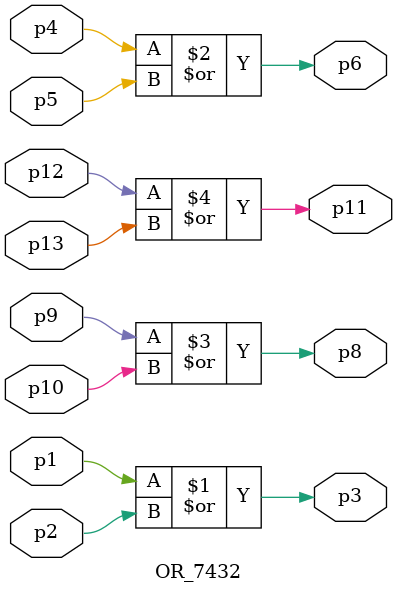
<source format=v>
`timescale 1ns / 1ns
`default_nettype none

module main	(
	input wire CLOCK_50,            //On Board 50 MHz
	input wire [9:0] SW,            // On board Switches
	input wire [3:0] KEY,           // On board push buttons
	output wire [6:0] HEX0,         // HEX displays
	output wire [6:0] HEX1,
	output wire [6:0] HEX2,
	output wire [6:0] HEX3,
	output wire [6:0] HEX4,
	output wire [6:0] HEX5,
	output wire [9:0] LEDR,         // LEDs
	output wire [7:0] x,            // VGA pixel coordinates
	output wire [6:0] y,
	output wire [2:0] colour,       // VGA pixel colour (0-7)
	output wire plot,               // Pixel drawn when this is pulsed
	output wire vga_resetn          // VGA resets to black when this is pulsed (NOT CURRENTLY AVAILABLE)
);

	mux2to1 u0(
			.x(SW[0]),
			.y(SW[1]),
			.s(SW[9]),
			.m(LEDR[0])
			);
endmodule

module mux2to1(input x,y,s,output m);
		wire w1,w2,w3;
		NOT_7404 mnot(.p1(s),.p2(w1));
		AND_7408 mand(.p1(w1),.p2(x),.p3(w2),.p4(s),.p5(y),.p6(w3));
		OR_7432 mor(.p1(w2),.p2(w3),.p3(m));
endmodule

module NOT_7404 (input p1, p3, p5, p9, p11, p13,
output p2, p4, p6, p8, p10, p12);
		assign p2 = ~p1;
		assign p4 = ~p3;
		assign p6 = ~p5;
		assign p8 = ~p9;
		assign p10= ~p11;
		assign p12= ~p13;
endmodule

module AND_7408 (input p1,p2,p4,p5,p9,p10,p12,p13, output p3,p6,p8,p11);
	assign p3 = p1&p2;
	assign p6 = p4&p5;
	assign p8 = p9&p10;
	assign p11 = p12&p13;
endmodule

module OR_7432 (input p1,p2,p4,p5,p9,p10,p12,p13, output p3,p6,p8,p11);
	assign p3 = p1|p2;
	assign p6 = p4|p5;
	assign p8 = p9|p10;
	assign p11 = p12|p13;
endmodule

</source>
